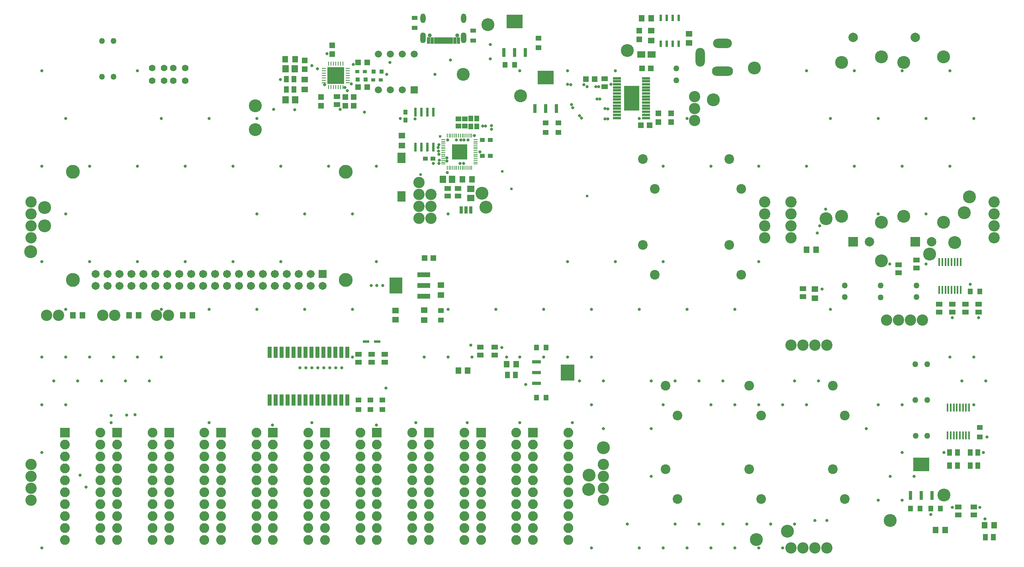
<source format=gts>
G04*
G04 #@! TF.GenerationSoftware,Altium Limited,Altium Designer,25.1.2 (22)*
G04*
G04 Layer_Color=8388736*
%FSLAX25Y25*%
%MOIN*%
G70*
G04*
G04 #@! TF.SameCoordinates,3AA37EA1-F988-493A-ACA0-F71776FBCFF4*
G04*
G04*
G04 #@! TF.FilePolarity,Negative*
G04*
G01*
G75*
%ADD21R,0.06844X0.05500*%
%ADD22R,0.05700X0.04400*%
%ADD23R,0.02600X0.07300*%
%ADD25R,0.02100X0.07200*%
%ADD26R,0.02200X0.05750*%
%ADD28R,0.04600X0.05700*%
%ADD29R,0.04800X0.04900*%
%ADD30R,0.03800X0.03400*%
%ADD31R,0.03600X0.00700*%
%ADD32R,0.00700X0.03600*%
%ADD33R,0.03600X0.01000*%
%ADD34R,0.01000X0.03600*%
%ADD37R,0.01400X0.07000*%
%ADD39R,0.03200X0.03000*%
%ADD40R,0.05100X0.04200*%
%ADD41R,0.04724X0.03543*%
%ADD44R,0.05800X0.02000*%
%ADD45R,0.02600X0.06100*%
%ADD46R,0.03400X0.04200*%
%ADD47R,0.03940X0.04759*%
%ADD48R,0.05000X0.05500*%
%ADD49R,0.05121X0.04169*%
%ADD50R,0.05200X0.05900*%
%ADD53R,0.04331X0.05512*%
%ADD54R,0.04200X0.03400*%
%ADD55R,0.05900X0.05200*%
%ADD56R,0.04200X0.05100*%
%ADD57R,0.05000X0.05000*%
%ADD58R,0.05000X0.05000*%
%ADD59R,0.05500X0.05000*%
%ADD60R,0.05700X0.04600*%
%ADD61R,0.04400X0.05700*%
%ADD62R,0.05512X0.04331*%
%ADD63R,0.07300X0.02600*%
%ADD64C,0.10800*%
%ADD65R,0.03300X0.09800*%
%ADD66R,0.04658X0.03989*%
%ADD67R,0.12600X0.12600*%
%ADD68R,0.14200X0.14200*%
%ADD69R,0.06699X0.02172*%
%ADD70R,0.12605X0.20794*%
%ADD71R,0.06706X0.08674*%
%ADD72R,0.11030X0.13392*%
%ADD73R,0.11030X0.04337*%
%ADD74R,0.03162X0.05288*%
%ADD75R,0.01981X0.05288*%
%ADD76C,0.08100*%
%ADD77R,0.07887X0.07887*%
%ADD78C,0.07887*%
%ADD79C,0.10839*%
%ADD80O,0.07874X0.15748*%
%ADD81O,0.17717X0.07874*%
%ADD82O,0.15748X0.07874*%
%ADD83R,0.05900X0.05900*%
%ADD84C,0.05900*%
%ADD85C,0.11627*%
%ADD86C,0.06737*%
%ADD87R,0.06737X0.06737*%
%ADD88R,0.08182X0.08182*%
%ADD89C,0.08182*%
%ADD90C,0.05600*%
%ADD91C,0.05000*%
%ADD92C,0.03359*%
%ADD93O,0.04343X0.07887*%
%ADD94O,0.04934X0.09068*%
%ADD95C,0.09461*%
%ADD96C,0.02600*%
%ADD97C,0.02400*%
G36*
X474450Y180300D02*
X485750D01*
Y193700D01*
X474450D01*
Y180300D01*
D02*
G37*
G36*
X782700Y104450D02*
Y115750D01*
X769300D01*
Y104450D01*
X782700D01*
D02*
G37*
G36*
X468400Y428650D02*
Y439950D01*
X455000D01*
Y428650D01*
X468400D01*
D02*
G37*
G36*
X442300Y475650D02*
Y486950D01*
X428900D01*
Y475650D01*
X442300D01*
D02*
G37*
D21*
X550278Y453500D02*
D03*
X541722D02*
D03*
D22*
X327000Y195750D02*
D03*
Y202250D02*
D03*
X407000Y201750D02*
D03*
Y208250D02*
D03*
X419000D02*
D03*
Y201750D02*
D03*
X305000Y195750D02*
D03*
Y202250D02*
D03*
X316000Y195750D02*
D03*
Y202250D02*
D03*
X511000Y433250D02*
D03*
Y426750D02*
D03*
X677000Y250750D02*
D03*
Y257250D02*
D03*
X772000Y274750D02*
D03*
Y281250D02*
D03*
X757000Y277250D02*
D03*
Y270750D02*
D03*
X824000Y244250D02*
D03*
Y237750D02*
D03*
X802000D02*
D03*
Y244250D02*
D03*
X813000Y237750D02*
D03*
Y244250D02*
D03*
X791000D02*
D03*
Y237750D02*
D03*
X807000Y74250D02*
D03*
Y67750D02*
D03*
X820000D02*
D03*
Y74250D02*
D03*
X287090Y411623D02*
D03*
Y418123D02*
D03*
D23*
X766950Y84100D02*
D03*
X776000D02*
D03*
X785050D02*
D03*
X452650Y408300D02*
D03*
X461700D02*
D03*
X470750D02*
D03*
X444650Y455300D02*
D03*
X435600D02*
D03*
X426550D02*
D03*
D25*
X352500Y376050D02*
D03*
X357500D02*
D03*
X362500D02*
D03*
X367500D02*
D03*
Y405150D02*
D03*
X362500D02*
D03*
X357500D02*
D03*
X352500D02*
D03*
D26*
X558000Y484225D02*
D03*
X563000D02*
D03*
X568000D02*
D03*
X573000D02*
D03*
Y462775D02*
D03*
X568000D02*
D03*
X563000D02*
D03*
X558000D02*
D03*
D28*
X251944Y449571D02*
D03*
X243644D02*
D03*
X391850Y349100D02*
D03*
X400150D02*
D03*
X550150Y484000D02*
D03*
X541850D02*
D03*
D29*
X304738Y426361D02*
D03*
X312238D02*
D03*
Y447044D02*
D03*
X304738D02*
D03*
D30*
X311138Y432505D02*
D03*
X304238D02*
D03*
X317494Y439298D02*
D03*
X324394D02*
D03*
D31*
X375900Y382336D02*
D03*
Y380761D02*
D03*
Y379187D02*
D03*
Y377612D02*
D03*
Y376037D02*
D03*
Y374462D02*
D03*
Y372887D02*
D03*
Y371313D02*
D03*
Y369738D02*
D03*
Y368163D02*
D03*
Y366588D02*
D03*
Y365013D02*
D03*
Y363439D02*
D03*
Y361864D02*
D03*
X403100D02*
D03*
Y363439D02*
D03*
Y365013D02*
D03*
Y366588D02*
D03*
Y368163D02*
D03*
Y369738D02*
D03*
Y371313D02*
D03*
Y372887D02*
D03*
Y374462D02*
D03*
Y376037D02*
D03*
Y377612D02*
D03*
Y379187D02*
D03*
Y380761D02*
D03*
Y382336D02*
D03*
D32*
X379264Y358500D02*
D03*
X380839D02*
D03*
X382413D02*
D03*
X383988D02*
D03*
X385563D02*
D03*
X387138D02*
D03*
X388713D02*
D03*
X390287D02*
D03*
X391862D02*
D03*
X393437D02*
D03*
X395012D02*
D03*
X396587D02*
D03*
X398161D02*
D03*
X399736D02*
D03*
Y385700D02*
D03*
X398161D02*
D03*
X396587D02*
D03*
X395012D02*
D03*
X393437D02*
D03*
X391862D02*
D03*
X390287D02*
D03*
X388713D02*
D03*
X387138D02*
D03*
X385563D02*
D03*
X383988D02*
D03*
X382413D02*
D03*
X380839D02*
D03*
X379264D02*
D03*
D33*
X295850Y441905D02*
D03*
Y439937D02*
D03*
Y437968D02*
D03*
Y436000D02*
D03*
Y434031D02*
D03*
Y432063D02*
D03*
Y430094D02*
D03*
X276150D02*
D03*
Y432063D02*
D03*
Y434031D02*
D03*
Y436000D02*
D03*
Y437968D02*
D03*
Y439937D02*
D03*
Y441905D02*
D03*
D34*
X291905Y426150D02*
D03*
X289937D02*
D03*
X287968D02*
D03*
X286000D02*
D03*
X284032D02*
D03*
X282063D02*
D03*
X280095D02*
D03*
Y445850D02*
D03*
X282063D02*
D03*
X284032D02*
D03*
X286000D02*
D03*
X287968D02*
D03*
X289937D02*
D03*
X291905D02*
D03*
D37*
X815957Y157700D02*
D03*
X813398D02*
D03*
X810839D02*
D03*
X808280D02*
D03*
X805721D02*
D03*
X803161D02*
D03*
X800602D02*
D03*
X798043D02*
D03*
Y134300D02*
D03*
X800602D02*
D03*
X803161D02*
D03*
X805721D02*
D03*
X808280D02*
D03*
X810839D02*
D03*
X813398D02*
D03*
X815957D02*
D03*
X808957Y279700D02*
D03*
X806398D02*
D03*
X803839D02*
D03*
X801280D02*
D03*
X798721D02*
D03*
X796161D02*
D03*
X793602D02*
D03*
X791043D02*
D03*
Y256300D02*
D03*
X793602D02*
D03*
X796161D02*
D03*
X798721D02*
D03*
X801280D02*
D03*
X803839D02*
D03*
X806398D02*
D03*
X808957D02*
D03*
D39*
X317194Y432404D02*
D03*
X323493D02*
D03*
X310281Y439298D02*
D03*
X303982D02*
D03*
D40*
X374000Y230950D02*
D03*
Y239050D02*
D03*
X472200Y388150D02*
D03*
Y396250D02*
D03*
X461700D02*
D03*
Y388150D02*
D03*
X455600Y459350D02*
D03*
Y467450D02*
D03*
X825000Y132950D02*
D03*
Y141050D02*
D03*
D41*
X351900Y476066D02*
D03*
Y484334D02*
D03*
X401000Y465266D02*
D03*
Y473534D02*
D03*
D44*
X311350Y212850D02*
D03*
X320650D02*
D03*
D45*
X398937Y323224D02*
D03*
X395000D02*
D03*
X391063D02*
D03*
D46*
X344300Y398650D02*
D03*
Y405150D02*
D03*
D47*
X404100Y399877D02*
D03*
Y393347D02*
D03*
X399100Y399877D02*
D03*
Y393347D02*
D03*
D48*
X66150Y235000D02*
D03*
X73850D02*
D03*
X388597Y188572D02*
D03*
X396298D02*
D03*
X436850Y194000D02*
D03*
X429150D02*
D03*
X687850Y290000D02*
D03*
X680150D02*
D03*
X788150Y55000D02*
D03*
X795850D02*
D03*
X836850Y59000D02*
D03*
X829150D02*
D03*
X158150Y235000D02*
D03*
X165850D02*
D03*
X120850D02*
D03*
X113150D02*
D03*
D49*
X305000Y155947D02*
D03*
Y164053D02*
D03*
X325000Y155947D02*
D03*
Y164053D02*
D03*
X315000D02*
D03*
Y155947D02*
D03*
D50*
X244041Y415569D02*
D03*
X251903D02*
D03*
X375569Y349100D02*
D03*
X383431D02*
D03*
X251725Y441475D02*
D03*
X243864D02*
D03*
D53*
X251122Y432835D02*
D03*
Y424174D02*
D03*
X244822D02*
D03*
Y432835D02*
D03*
D54*
X415250Y382100D02*
D03*
X408750D02*
D03*
Y368600D02*
D03*
X415250D02*
D03*
X367450Y366200D02*
D03*
X360950D02*
D03*
D55*
X399000Y333169D02*
D03*
Y341031D02*
D03*
D56*
X427650Y444900D02*
D03*
X435750D02*
D03*
X462050Y165926D02*
D03*
X453950D02*
D03*
X453950Y208000D02*
D03*
X462050D02*
D03*
X816950Y255000D02*
D03*
X825050D02*
D03*
X783950Y73000D02*
D03*
X792050D02*
D03*
X766950D02*
D03*
X775050D02*
D03*
D57*
X282900Y453950D02*
D03*
Y461250D02*
D03*
X260106Y448493D02*
D03*
Y441193D02*
D03*
X273700Y417850D02*
D03*
Y410550D02*
D03*
X300920Y410523D02*
D03*
Y417823D02*
D03*
X293830Y410523D02*
D03*
Y417823D02*
D03*
X556000Y396850D02*
D03*
Y404150D02*
D03*
X566500Y396850D02*
D03*
Y404150D02*
D03*
X540000Y473650D02*
D03*
Y466350D02*
D03*
D58*
X548750Y394300D02*
D03*
X541450D02*
D03*
X549650Y442000D02*
D03*
X542350D02*
D03*
X495350Y433000D02*
D03*
X502650D02*
D03*
X367650Y283000D02*
D03*
X360350D02*
D03*
D59*
X581725Y463321D02*
D03*
Y471021D02*
D03*
X687000Y249150D02*
D03*
Y256850D02*
D03*
X336000Y238850D02*
D03*
Y231150D02*
D03*
D60*
X341179Y377323D02*
D03*
Y385623D02*
D03*
X550000Y473650D02*
D03*
Y465350D02*
D03*
X374000Y251850D02*
D03*
Y260150D02*
D03*
X360000Y239150D02*
D03*
Y230850D02*
D03*
X259934Y424355D02*
D03*
Y432655D02*
D03*
D61*
X436250Y185000D02*
D03*
X429750D02*
D03*
X829750Y49000D02*
D03*
X836250D02*
D03*
X823400Y120000D02*
D03*
X816900D02*
D03*
X806250D02*
D03*
X799750D02*
D03*
X816900Y109000D02*
D03*
X823400D02*
D03*
X799750D02*
D03*
X806250D02*
D03*
D62*
X379669Y341250D02*
D03*
X388331D02*
D03*
Y334950D02*
D03*
X379669D02*
D03*
D63*
X454100Y196050D02*
D03*
Y187000D02*
D03*
Y177950D02*
D03*
D64*
X42400Y310100D02*
D03*
X664000Y54000D02*
D03*
X602000Y415500D02*
D03*
X440600Y419100D02*
D03*
X413400Y478600D02*
D03*
X392700Y436900D02*
D03*
X636300Y442400D02*
D03*
X530100Y457100D02*
D03*
X42300Y325200D02*
D03*
X30800Y288200D02*
D03*
X696300Y315900D02*
D03*
X783100Y286300D02*
D03*
X803865Y295862D02*
D03*
X742500Y280700D02*
D03*
X816300Y334200D02*
D03*
X812100Y320900D02*
D03*
X408300Y337400D02*
D03*
X411700Y325600D02*
D03*
X510000Y124000D02*
D03*
X498000Y101000D02*
D03*
X497587Y89000D02*
D03*
X750000Y63000D02*
D03*
X794875Y84211D02*
D03*
X638000Y47000D02*
D03*
X218800Y410500D02*
D03*
Y390500D02*
D03*
D65*
X295500Y164000D02*
D03*
X290500D02*
D03*
X285500D02*
D03*
X280500D02*
D03*
X275500D02*
D03*
X270500D02*
D03*
X265500D02*
D03*
X260500D02*
D03*
X255500D02*
D03*
X250500D02*
D03*
X245500D02*
D03*
X240500D02*
D03*
X235500D02*
D03*
X230500D02*
D03*
Y204000D02*
D03*
X235500D02*
D03*
X240500D02*
D03*
X245500D02*
D03*
X250500D02*
D03*
X255500D02*
D03*
X260500D02*
D03*
X265500D02*
D03*
X270500D02*
D03*
X275500D02*
D03*
X280500D02*
D03*
X285500D02*
D03*
X290500D02*
D03*
X295500D02*
D03*
D66*
X394100Y399647D02*
D03*
Y393576D02*
D03*
X388600Y399647D02*
D03*
Y393576D02*
D03*
D67*
X389500Y372100D02*
D03*
D68*
X286000Y436000D02*
D03*
D69*
X545500Y400441D02*
D03*
Y403000D02*
D03*
Y405559D02*
D03*
Y408118D02*
D03*
Y410677D02*
D03*
Y413236D02*
D03*
Y415795D02*
D03*
Y418354D02*
D03*
Y420913D02*
D03*
Y423472D02*
D03*
Y426031D02*
D03*
Y428590D02*
D03*
Y431150D02*
D03*
Y433709D02*
D03*
X521484D02*
D03*
Y431150D02*
D03*
Y428590D02*
D03*
Y426031D02*
D03*
Y423472D02*
D03*
Y420913D02*
D03*
Y418354D02*
D03*
Y415795D02*
D03*
Y413236D02*
D03*
Y410677D02*
D03*
Y408118D02*
D03*
Y405559D02*
D03*
Y403000D02*
D03*
Y400441D02*
D03*
D70*
X533492Y417075D02*
D03*
D71*
X341000Y366883D02*
D03*
Y334600D02*
D03*
D72*
X336386Y260000D02*
D03*
D73*
X359614Y269055D02*
D03*
Y260000D02*
D03*
Y250945D02*
D03*
D74*
X363524Y465287D02*
D03*
X366673D02*
D03*
X385571D02*
D03*
X388720D02*
D03*
D75*
X369232D02*
D03*
X371201D02*
D03*
X373169D02*
D03*
X375138D02*
D03*
X377106D02*
D03*
X379075D02*
D03*
X381043D02*
D03*
X383012D02*
D03*
D76*
X642000Y81000D02*
D03*
X632000Y106000D02*
D03*
X543000Y366000D02*
D03*
X553000Y341000D02*
D03*
X543000Y294100D02*
D03*
X553000Y269100D02*
D03*
X615300Y294100D02*
D03*
X625300Y269100D02*
D03*
X615300Y366000D02*
D03*
X625300Y341000D02*
D03*
X712000Y81000D02*
D03*
X702000Y106000D02*
D03*
X712000Y151000D02*
D03*
X702000Y176000D02*
D03*
X572000Y151000D02*
D03*
X562000Y176000D02*
D03*
Y106000D02*
D03*
X572000Y81000D02*
D03*
X642000Y151000D02*
D03*
X632000Y176000D02*
D03*
D77*
X771014Y296743D02*
D03*
X719014D02*
D03*
D78*
X784794D02*
D03*
X771014Y468003D02*
D03*
X719014D02*
D03*
X732794Y296743D02*
D03*
D79*
X761172Y317806D02*
D03*
X794636Y313082D02*
D03*
Y451664D02*
D03*
X761172Y446940D02*
D03*
X709172D02*
D03*
X742636Y451664D02*
D03*
Y313082D02*
D03*
X709172Y317806D02*
D03*
D80*
X591046Y451304D02*
D03*
D81*
X609550Y439494D02*
D03*
D82*
Y463116D02*
D03*
D83*
X351800Y424100D02*
D03*
D84*
X341800D02*
D03*
X331800D02*
D03*
X321800D02*
D03*
Y454100D02*
D03*
X331800D02*
D03*
X341800D02*
D03*
X351800D02*
D03*
D85*
X65827Y264724D02*
D03*
Y355276D02*
D03*
X294173Y264724D02*
D03*
Y355276D02*
D03*
D86*
X85000Y259724D02*
D03*
Y269724D02*
D03*
X95000Y259724D02*
D03*
Y269724D02*
D03*
X105000Y259724D02*
D03*
Y269724D02*
D03*
X115000Y259724D02*
D03*
Y269724D02*
D03*
X125000Y259724D02*
D03*
Y269724D02*
D03*
X135000Y259724D02*
D03*
Y269724D02*
D03*
X145000Y259724D02*
D03*
Y269724D02*
D03*
X155000Y259724D02*
D03*
Y269724D02*
D03*
X165000Y259724D02*
D03*
Y269724D02*
D03*
X175000Y259724D02*
D03*
Y269724D02*
D03*
X185000Y259724D02*
D03*
Y269724D02*
D03*
X195000Y259724D02*
D03*
Y269724D02*
D03*
X205000Y259724D02*
D03*
Y269724D02*
D03*
X215000Y259724D02*
D03*
Y269724D02*
D03*
X225000Y259724D02*
D03*
Y269724D02*
D03*
X235000Y259724D02*
D03*
Y269724D02*
D03*
X245000Y259724D02*
D03*
Y269724D02*
D03*
X255000Y259724D02*
D03*
Y269724D02*
D03*
X265000Y259724D02*
D03*
Y269724D02*
D03*
X275000Y259724D02*
D03*
D87*
Y269724D02*
D03*
D88*
X59472Y136500D02*
D03*
X451000D02*
D03*
X407500D02*
D03*
X364000D02*
D03*
X320472D02*
D03*
X276972D02*
D03*
X233472D02*
D03*
X190000D02*
D03*
X146500D02*
D03*
X103000D02*
D03*
D89*
X59472Y126500D02*
D03*
Y116500D02*
D03*
Y106500D02*
D03*
Y96500D02*
D03*
Y86500D02*
D03*
Y76500D02*
D03*
Y66500D02*
D03*
Y56500D02*
D03*
Y46500D02*
D03*
X89000D02*
D03*
Y56500D02*
D03*
Y66500D02*
D03*
Y76500D02*
D03*
Y86500D02*
D03*
Y96500D02*
D03*
Y106500D02*
D03*
Y116500D02*
D03*
Y126500D02*
D03*
Y136500D02*
D03*
X480528D02*
D03*
Y126500D02*
D03*
Y116500D02*
D03*
Y106500D02*
D03*
Y96500D02*
D03*
Y86500D02*
D03*
Y76500D02*
D03*
Y66500D02*
D03*
Y56500D02*
D03*
Y46500D02*
D03*
X451000D02*
D03*
Y56500D02*
D03*
Y66500D02*
D03*
Y76500D02*
D03*
Y86500D02*
D03*
Y96500D02*
D03*
Y106500D02*
D03*
Y116500D02*
D03*
Y126500D02*
D03*
X407500D02*
D03*
Y116500D02*
D03*
Y106500D02*
D03*
Y96500D02*
D03*
Y86500D02*
D03*
Y76500D02*
D03*
Y66500D02*
D03*
Y56500D02*
D03*
Y46500D02*
D03*
X437028D02*
D03*
Y56500D02*
D03*
Y66500D02*
D03*
Y76500D02*
D03*
Y86500D02*
D03*
Y96500D02*
D03*
Y106500D02*
D03*
Y116500D02*
D03*
Y126500D02*
D03*
Y136500D02*
D03*
X393528D02*
D03*
Y126500D02*
D03*
Y116500D02*
D03*
Y106500D02*
D03*
Y96500D02*
D03*
Y86500D02*
D03*
Y76500D02*
D03*
Y66500D02*
D03*
Y56500D02*
D03*
Y46500D02*
D03*
X364000D02*
D03*
Y56500D02*
D03*
Y66500D02*
D03*
Y76500D02*
D03*
Y86500D02*
D03*
Y96500D02*
D03*
Y106500D02*
D03*
Y116500D02*
D03*
Y126500D02*
D03*
X350000Y136500D02*
D03*
Y126500D02*
D03*
Y116500D02*
D03*
Y106500D02*
D03*
Y96500D02*
D03*
Y86500D02*
D03*
Y76500D02*
D03*
Y66500D02*
D03*
Y56500D02*
D03*
Y46500D02*
D03*
X320472D02*
D03*
Y56500D02*
D03*
Y66500D02*
D03*
Y76500D02*
D03*
Y86500D02*
D03*
Y96500D02*
D03*
Y106500D02*
D03*
Y116500D02*
D03*
Y126500D02*
D03*
X306500Y136500D02*
D03*
Y126500D02*
D03*
Y116500D02*
D03*
Y106500D02*
D03*
Y96500D02*
D03*
Y86500D02*
D03*
Y76500D02*
D03*
Y66500D02*
D03*
Y56500D02*
D03*
Y46500D02*
D03*
X276972D02*
D03*
Y56500D02*
D03*
Y66500D02*
D03*
Y76500D02*
D03*
Y86500D02*
D03*
Y96500D02*
D03*
Y106500D02*
D03*
Y116500D02*
D03*
Y126500D02*
D03*
X263000Y136500D02*
D03*
Y126500D02*
D03*
Y116500D02*
D03*
Y106500D02*
D03*
Y96500D02*
D03*
Y86500D02*
D03*
Y76500D02*
D03*
Y66500D02*
D03*
Y56500D02*
D03*
Y46500D02*
D03*
X233472D02*
D03*
Y56500D02*
D03*
Y66500D02*
D03*
Y76500D02*
D03*
Y86500D02*
D03*
Y96500D02*
D03*
Y106500D02*
D03*
Y116500D02*
D03*
Y126500D02*
D03*
X190000D02*
D03*
Y116500D02*
D03*
Y106500D02*
D03*
Y96500D02*
D03*
Y86500D02*
D03*
Y76500D02*
D03*
Y66500D02*
D03*
Y56500D02*
D03*
Y46500D02*
D03*
X219528D02*
D03*
Y56500D02*
D03*
Y66500D02*
D03*
Y76500D02*
D03*
Y86500D02*
D03*
Y96500D02*
D03*
Y106500D02*
D03*
Y116500D02*
D03*
Y126500D02*
D03*
Y136500D02*
D03*
X146500Y126500D02*
D03*
Y116500D02*
D03*
Y106500D02*
D03*
Y96500D02*
D03*
Y86500D02*
D03*
Y76500D02*
D03*
Y66500D02*
D03*
Y56500D02*
D03*
Y46500D02*
D03*
X176028D02*
D03*
Y56500D02*
D03*
Y66500D02*
D03*
Y76500D02*
D03*
Y86500D02*
D03*
Y96500D02*
D03*
Y106500D02*
D03*
Y116500D02*
D03*
Y126500D02*
D03*
Y136500D02*
D03*
X103000Y126500D02*
D03*
Y116500D02*
D03*
Y106500D02*
D03*
Y96500D02*
D03*
Y86500D02*
D03*
Y76500D02*
D03*
Y66500D02*
D03*
Y56500D02*
D03*
Y46500D02*
D03*
X132528D02*
D03*
Y56500D02*
D03*
Y66500D02*
D03*
Y76500D02*
D03*
Y86500D02*
D03*
Y96500D02*
D03*
Y106500D02*
D03*
Y116500D02*
D03*
Y126500D02*
D03*
Y136500D02*
D03*
D90*
X132408Y442356D02*
D03*
X142251D02*
D03*
X150125D02*
D03*
X159968D02*
D03*
X132408Y431687D02*
D03*
X142251D02*
D03*
X150125D02*
D03*
X159968D02*
D03*
D91*
X100000Y435000D02*
D03*
X90158D02*
D03*
X571000Y432000D02*
D03*
Y441843D02*
D03*
X90158Y465000D02*
D03*
X100000D02*
D03*
X772000Y260000D02*
D03*
Y250157D02*
D03*
X742000Y250000D02*
D03*
Y259842D02*
D03*
X712000Y250157D02*
D03*
Y260000D02*
D03*
X771158Y134000D02*
D03*
X781000D02*
D03*
X771000Y164000D02*
D03*
X780842D02*
D03*
Y194000D02*
D03*
X771000D02*
D03*
D92*
X387500Y469500D02*
D03*
X364744D02*
D03*
D93*
X359114Y483988D02*
D03*
X393130D02*
D03*
D94*
X359114Y467531D02*
D03*
X393130D02*
D03*
D95*
X355700Y346400D02*
D03*
Y336400D02*
D03*
Y326400D02*
D03*
Y316400D02*
D03*
X365700Y336400D02*
D03*
Y326400D02*
D03*
Y316400D02*
D03*
X645000Y300000D02*
D03*
Y310000D02*
D03*
Y320000D02*
D03*
Y330000D02*
D03*
X586200Y398300D02*
D03*
Y408300D02*
D03*
Y418300D02*
D03*
X54000Y235000D02*
D03*
X44000D02*
D03*
X31000Y300100D02*
D03*
Y310100D02*
D03*
Y320100D02*
D03*
Y330100D02*
D03*
X747000Y231000D02*
D03*
X757000D02*
D03*
X767000D02*
D03*
X777000D02*
D03*
X510000Y80000D02*
D03*
Y90000D02*
D03*
Y100000D02*
D03*
Y110000D02*
D03*
X31000Y80000D02*
D03*
Y90000D02*
D03*
Y100000D02*
D03*
Y110000D02*
D03*
X667000Y300000D02*
D03*
Y310000D02*
D03*
Y320000D02*
D03*
Y330000D02*
D03*
X837000D02*
D03*
Y320000D02*
D03*
Y310000D02*
D03*
Y300000D02*
D03*
X667000Y210000D02*
D03*
X677000D02*
D03*
X687000D02*
D03*
X697000D02*
D03*
Y40000D02*
D03*
X687000D02*
D03*
X677000D02*
D03*
X667000D02*
D03*
X146000Y235000D02*
D03*
X136000D02*
D03*
X101000D02*
D03*
X91000D02*
D03*
D96*
X371900Y372700D02*
D03*
X749600Y278000D02*
D03*
X406600Y371900D02*
D03*
X493700Y428200D02*
D03*
X390500Y381882D02*
D03*
X393476Y381887D02*
D03*
X371800Y375500D02*
D03*
X372400Y369850D02*
D03*
Y362200D02*
D03*
X379300Y354700D02*
D03*
X266000Y444300D02*
D03*
X239600Y432500D02*
D03*
X251800Y407400D02*
D03*
X233900Y407500D02*
D03*
X415400Y449900D02*
D03*
X415300Y462100D02*
D03*
X382000Y448800D02*
D03*
X800000Y440000D02*
D03*
X820000Y400000D02*
D03*
X800000Y360000D02*
D03*
Y200000D02*
D03*
X820000Y160000D02*
D03*
X760000Y440000D02*
D03*
X780000Y400000D02*
D03*
X760000Y360000D02*
D03*
X780000Y320000D02*
D03*
X760000Y120000D02*
D03*
X720000Y440000D02*
D03*
X740000Y400000D02*
D03*
X720000Y360000D02*
D03*
X740000Y320000D02*
D03*
Y160000D02*
D03*
Y80000D02*
D03*
X680000Y440000D02*
D03*
X700000Y400000D02*
D03*
X680000Y360000D02*
D03*
X700000Y240000D02*
D03*
X640000Y360000D02*
D03*
Y280000D02*
D03*
X660000Y160000D02*
D03*
X640000Y40000D02*
D03*
X600000Y360000D02*
D03*
X620000Y240000D02*
D03*
Y160000D02*
D03*
X600000Y40000D02*
D03*
X580000Y400000D02*
D03*
X560000Y360000D02*
D03*
Y280000D02*
D03*
X580000Y240000D02*
D03*
X560000Y40000D02*
D03*
X520000Y440000D02*
D03*
X540000Y400000D02*
D03*
X520000Y280000D02*
D03*
X540000Y240000D02*
D03*
X480000Y440000D02*
D03*
Y280000D02*
D03*
X500000Y240000D02*
D03*
X480000Y200000D02*
D03*
X500000Y160000D02*
D03*
X440000Y440000D02*
D03*
X460000Y240000D02*
D03*
X440000Y200000D02*
D03*
X420000Y240000D02*
D03*
X400000Y200000D02*
D03*
X380000Y320000D02*
D03*
Y240000D02*
D03*
X360000Y200000D02*
D03*
X340000Y400000D02*
D03*
X320000Y360000D02*
D03*
Y280000D02*
D03*
X280000Y360000D02*
D03*
X300000Y320000D02*
D03*
Y240000D02*
D03*
X240000Y360000D02*
D03*
X260000Y320000D02*
D03*
X240000Y280000D02*
D03*
X260000Y240000D02*
D03*
X220000Y400000D02*
D03*
X200000Y360000D02*
D03*
X220000Y320000D02*
D03*
X200000Y280000D02*
D03*
X220000Y240000D02*
D03*
X180000Y400000D02*
D03*
X160000Y360000D02*
D03*
Y280000D02*
D03*
X180000Y240000D02*
D03*
X120000Y440000D02*
D03*
X140000Y400000D02*
D03*
X120000Y360000D02*
D03*
Y280000D02*
D03*
X140000Y240000D02*
D03*
X120000Y200000D02*
D03*
X80000Y360000D02*
D03*
Y280000D02*
D03*
Y200000D02*
D03*
X40000Y440000D02*
D03*
X60000Y400000D02*
D03*
X40000Y360000D02*
D03*
X60000Y320000D02*
D03*
X40000Y280000D02*
D03*
X60000Y240000D02*
D03*
X40000Y200000D02*
D03*
X60000Y160000D02*
D03*
X40000Y120000D02*
D03*
Y40000D02*
D03*
X295700Y423200D02*
D03*
X300500Y445400D02*
D03*
X489900Y402300D02*
D03*
X483300Y411500D02*
D03*
X511300Y399600D02*
D03*
X511200Y408300D02*
D03*
X504600Y416400D02*
D03*
X503500Y426700D02*
D03*
X496300D02*
D03*
X480100Y428500D02*
D03*
X369000Y436800D02*
D03*
X310100Y405200D02*
D03*
X299000Y429100D02*
D03*
X293500Y425900D02*
D03*
X482600Y428400D02*
D03*
X484300Y409000D02*
D03*
X491700Y400400D02*
D03*
X513700Y399600D02*
D03*
X507100Y416300D02*
D03*
X513700Y408100D02*
D03*
X516300Y428600D02*
D03*
X408900Y393700D02*
D03*
X352400Y399700D02*
D03*
X416300Y394100D02*
D03*
X367600Y362300D02*
D03*
X416300Y390800D02*
D03*
X411400Y393700D02*
D03*
X396600Y382000D02*
D03*
X320400Y260000D02*
D03*
X325200Y259900D02*
D03*
X315500D02*
D03*
X328707Y436800D02*
D03*
X331356Y447044D02*
D03*
X270736Y441736D02*
D03*
X278600Y454400D02*
D03*
X289500Y407500D02*
D03*
X276800Y428200D02*
D03*
X506000Y426600D02*
D03*
X372443Y377790D02*
D03*
X379100Y366900D02*
D03*
X372600Y365000D02*
D03*
X379100Y364200D02*
D03*
X693000Y257000D02*
D03*
X802000Y233000D02*
D03*
X824000D02*
D03*
X817000Y261000D02*
D03*
X780000Y278000D02*
D03*
X689000Y304000D02*
D03*
X691000Y310000D02*
D03*
X696000Y324000D02*
D03*
X820000Y200000D02*
D03*
X830000Y180000D02*
D03*
X820000Y160000D02*
D03*
X800000Y200000D02*
D03*
X810000Y180000D02*
D03*
X760000Y160000D02*
D03*
Y120000D02*
D03*
X770000Y100000D02*
D03*
X760000Y80000D02*
D03*
X740000Y160000D02*
D03*
X750000Y100000D02*
D03*
X740000Y80000D02*
D03*
X730000Y140000D02*
D03*
X690000Y180000D02*
D03*
X680000Y160000D02*
D03*
X670000Y180000D02*
D03*
Y60000D02*
D03*
X660000Y40000D02*
D03*
X640000Y160000D02*
D03*
X650000Y60000D02*
D03*
X640000Y40000D02*
D03*
X620000Y160000D02*
D03*
X630000Y60000D02*
D03*
X620000Y40000D02*
D03*
X610000Y180000D02*
D03*
X600000Y160000D02*
D03*
X610000Y60000D02*
D03*
X600000Y40000D02*
D03*
X590000Y180000D02*
D03*
Y60000D02*
D03*
X580000Y40000D02*
D03*
X570000Y180000D02*
D03*
X560000Y160000D02*
D03*
X570000Y60000D02*
D03*
X560000Y40000D02*
D03*
X550000Y180000D02*
D03*
Y140000D02*
D03*
Y100000D02*
D03*
X540000Y40000D02*
D03*
X530000Y60000D02*
D03*
X500000Y200000D02*
D03*
X510000Y180000D02*
D03*
X500000Y160000D02*
D03*
X510000Y140000D02*
D03*
X500000Y40000D02*
D03*
X480000Y200000D02*
D03*
X490000Y180000D02*
D03*
X460000Y200000D02*
D03*
X440000D02*
D03*
X400000D02*
D03*
X380000D02*
D03*
X360000D02*
D03*
X300000D02*
D03*
X140000D02*
D03*
X120000D02*
D03*
X130000Y180000D02*
D03*
X100000Y200000D02*
D03*
X110000Y180000D02*
D03*
X80000Y200000D02*
D03*
X90000Y180000D02*
D03*
X60000Y200000D02*
D03*
X70000Y180000D02*
D03*
X60000Y160000D02*
D03*
X40000Y200000D02*
D03*
X50000Y180000D02*
D03*
X40000Y160000D02*
D03*
Y120000D02*
D03*
Y40000D02*
D03*
X697000Y63000D02*
D03*
X687000D02*
D03*
X784000Y68000D02*
D03*
X829210Y64157D02*
D03*
X825000Y74000D02*
D03*
X802000D02*
D03*
X795000Y120000D02*
D03*
X828000D02*
D03*
X831000Y133000D02*
D03*
X328000Y174000D02*
D03*
X399000Y210000D02*
D03*
X425000Y208000D02*
D03*
X429000Y200000D02*
D03*
X445000Y177000D02*
D03*
X118000Y151500D02*
D03*
X111000Y151431D02*
D03*
X98000Y151000D02*
D03*
Y145000D02*
D03*
X484000D02*
D03*
X440000D02*
D03*
X396000D02*
D03*
X353000D02*
D03*
X320000Y143000D02*
D03*
X266000Y145000D02*
D03*
X233000Y143000D02*
D03*
X180000Y145000D02*
D03*
X291000Y191000D02*
D03*
X286000D02*
D03*
X281000D02*
D03*
X276000D02*
D03*
X271000D02*
D03*
X266000D02*
D03*
X261000D02*
D03*
X256000D02*
D03*
X77000Y91000D02*
D03*
X72000Y101000D02*
D03*
X402000Y385600D02*
D03*
X390063Y362149D02*
D03*
X392833Y362170D02*
D03*
X379500Y382100D02*
D03*
X387000D02*
D03*
D97*
X496200Y334800D02*
D03*
X433100Y340900D02*
D03*
X425300Y355600D02*
D03*
X373300Y384900D02*
D03*
X357000Y353000D02*
D03*
M02*

</source>
